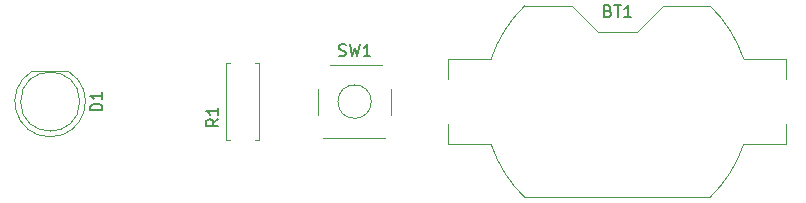
<source format=gto>
%TF.GenerationSoftware,KiCad,Pcbnew,8.0.7*%
%TF.CreationDate,2025-01-23T10:00:33+05:30*%
%TF.ProjectId,LED_Torch,4c45445f-546f-4726-9368-2e6b69636164,1*%
%TF.SameCoordinates,Original*%
%TF.FileFunction,Legend,Top*%
%TF.FilePolarity,Positive*%
%FSLAX46Y46*%
G04 Gerber Fmt 4.6, Leading zero omitted, Abs format (unit mm)*
G04 Created by KiCad (PCBNEW 8.0.7) date 2025-01-23 10:00:33*
%MOMM*%
%LPD*%
G01*
G04 APERTURE LIST*
%ADD10C,0.150000*%
%ADD11C,0.120000*%
G04 APERTURE END LIST*
D10*
X152464285Y-90501009D02*
X152607142Y-90548628D01*
X152607142Y-90548628D02*
X152654761Y-90596247D01*
X152654761Y-90596247D02*
X152702380Y-90691485D01*
X152702380Y-90691485D02*
X152702380Y-90834342D01*
X152702380Y-90834342D02*
X152654761Y-90929580D01*
X152654761Y-90929580D02*
X152607142Y-90977200D01*
X152607142Y-90977200D02*
X152511904Y-91024819D01*
X152511904Y-91024819D02*
X152130952Y-91024819D01*
X152130952Y-91024819D02*
X152130952Y-90024819D01*
X152130952Y-90024819D02*
X152464285Y-90024819D01*
X152464285Y-90024819D02*
X152559523Y-90072438D01*
X152559523Y-90072438D02*
X152607142Y-90120057D01*
X152607142Y-90120057D02*
X152654761Y-90215295D01*
X152654761Y-90215295D02*
X152654761Y-90310533D01*
X152654761Y-90310533D02*
X152607142Y-90405771D01*
X152607142Y-90405771D02*
X152559523Y-90453390D01*
X152559523Y-90453390D02*
X152464285Y-90501009D01*
X152464285Y-90501009D02*
X152130952Y-90501009D01*
X152988095Y-90024819D02*
X153559523Y-90024819D01*
X153273809Y-91024819D02*
X153273809Y-90024819D01*
X154416666Y-91024819D02*
X153845238Y-91024819D01*
X154130952Y-91024819D02*
X154130952Y-90024819D01*
X154130952Y-90024819D02*
X154035714Y-90167676D01*
X154035714Y-90167676D02*
X153940476Y-90262914D01*
X153940476Y-90262914D02*
X153845238Y-90310533D01*
X119454819Y-99666666D02*
X118978628Y-99999999D01*
X119454819Y-100238094D02*
X118454819Y-100238094D01*
X118454819Y-100238094D02*
X118454819Y-99857142D01*
X118454819Y-99857142D02*
X118502438Y-99761904D01*
X118502438Y-99761904D02*
X118550057Y-99714285D01*
X118550057Y-99714285D02*
X118645295Y-99666666D01*
X118645295Y-99666666D02*
X118788152Y-99666666D01*
X118788152Y-99666666D02*
X118883390Y-99714285D01*
X118883390Y-99714285D02*
X118931009Y-99761904D01*
X118931009Y-99761904D02*
X118978628Y-99857142D01*
X118978628Y-99857142D02*
X118978628Y-100238094D01*
X119454819Y-98714285D02*
X119454819Y-99285713D01*
X119454819Y-98999999D02*
X118454819Y-98999999D01*
X118454819Y-98999999D02*
X118597676Y-99095237D01*
X118597676Y-99095237D02*
X118692914Y-99190475D01*
X118692914Y-99190475D02*
X118740533Y-99285713D01*
X109639819Y-98923094D02*
X108639819Y-98923094D01*
X108639819Y-98923094D02*
X108639819Y-98684999D01*
X108639819Y-98684999D02*
X108687438Y-98542142D01*
X108687438Y-98542142D02*
X108782676Y-98446904D01*
X108782676Y-98446904D02*
X108877914Y-98399285D01*
X108877914Y-98399285D02*
X109068390Y-98351666D01*
X109068390Y-98351666D02*
X109211247Y-98351666D01*
X109211247Y-98351666D02*
X109401723Y-98399285D01*
X109401723Y-98399285D02*
X109496961Y-98446904D01*
X109496961Y-98446904D02*
X109592200Y-98542142D01*
X109592200Y-98542142D02*
X109639819Y-98684999D01*
X109639819Y-98684999D02*
X109639819Y-98923094D01*
X109639819Y-97399285D02*
X109639819Y-97970713D01*
X109639819Y-97684999D02*
X108639819Y-97684999D01*
X108639819Y-97684999D02*
X108782676Y-97780237D01*
X108782676Y-97780237D02*
X108877914Y-97875475D01*
X108877914Y-97875475D02*
X108925533Y-97970713D01*
X129666667Y-94297200D02*
X129809524Y-94344819D01*
X129809524Y-94344819D02*
X130047619Y-94344819D01*
X130047619Y-94344819D02*
X130142857Y-94297200D01*
X130142857Y-94297200D02*
X130190476Y-94249580D01*
X130190476Y-94249580D02*
X130238095Y-94154342D01*
X130238095Y-94154342D02*
X130238095Y-94059104D01*
X130238095Y-94059104D02*
X130190476Y-93963866D01*
X130190476Y-93963866D02*
X130142857Y-93916247D01*
X130142857Y-93916247D02*
X130047619Y-93868628D01*
X130047619Y-93868628D02*
X129857143Y-93821009D01*
X129857143Y-93821009D02*
X129761905Y-93773390D01*
X129761905Y-93773390D02*
X129714286Y-93725771D01*
X129714286Y-93725771D02*
X129666667Y-93630533D01*
X129666667Y-93630533D02*
X129666667Y-93535295D01*
X129666667Y-93535295D02*
X129714286Y-93440057D01*
X129714286Y-93440057D02*
X129761905Y-93392438D01*
X129761905Y-93392438D02*
X129857143Y-93344819D01*
X129857143Y-93344819D02*
X130095238Y-93344819D01*
X130095238Y-93344819D02*
X130238095Y-93392438D01*
X130571429Y-93344819D02*
X130809524Y-94344819D01*
X130809524Y-94344819D02*
X131000000Y-93630533D01*
X131000000Y-93630533D02*
X131190476Y-94344819D01*
X131190476Y-94344819D02*
X131428572Y-93344819D01*
X132333333Y-94344819D02*
X131761905Y-94344819D01*
X132047619Y-94344819D02*
X132047619Y-93344819D01*
X132047619Y-93344819D02*
X131952381Y-93487676D01*
X131952381Y-93487676D02*
X131857143Y-93582914D01*
X131857143Y-93582914D02*
X131761905Y-93630533D01*
D11*
%TO.C,BT1*%
X138940000Y-94580000D02*
X142558000Y-94580000D01*
X138940000Y-96290000D02*
X138940000Y-94580000D01*
X138940000Y-100090000D02*
X138940000Y-101800000D01*
X142558000Y-101800000D02*
X138940000Y-101800000D01*
X145402700Y-90080000D02*
X149390000Y-90080000D01*
X151590000Y-92280000D02*
X149390000Y-90080000D01*
X151590000Y-92280000D02*
X154910000Y-92280000D01*
X154910000Y-92280000D02*
X157110000Y-90080000D01*
X157110000Y-90080000D02*
X161097300Y-90080000D01*
X161097300Y-106300000D02*
X145402700Y-106300000D01*
X163942000Y-94580000D02*
X167560000Y-94580000D01*
X167560000Y-96290000D02*
X167560000Y-94580000D01*
X167560000Y-100090000D02*
X167560000Y-101800000D01*
X167560000Y-101800000D02*
X163942000Y-101800000D01*
X142558000Y-94580000D02*
G75*
G02*
X145404629Y-90078211I10692020J-3610012D01*
G01*
X145404629Y-106301789D02*
G75*
G02*
X142558000Y-101800000I7845371J8111789D01*
G01*
X161095371Y-90078211D02*
G75*
G02*
X163942000Y-94580000I-7845366J-8111785D01*
G01*
X163942000Y-101800000D02*
G75*
G02*
X161095372Y-106301790I-10692020J3610010D01*
G01*
%TO.C,R1*%
X120130000Y-94920000D02*
X120460000Y-94920000D01*
X120130000Y-101460000D02*
X120130000Y-94920000D01*
X120460000Y-101460000D02*
X120130000Y-101460000D01*
X122540000Y-101460000D02*
X122870000Y-101460000D01*
X122870000Y-94920000D02*
X122540000Y-94920000D01*
X122870000Y-101460000D02*
X122870000Y-94920000D01*
%TO.C,D1*%
X106770000Y-95625000D02*
X103680000Y-95625000D01*
X105224952Y-101175000D02*
G75*
G02*
X103680170Y-95625000I48J2990000D01*
G01*
X106769830Y-95625000D02*
G75*
G02*
X105225048Y-101175000I-1544830J-2560000D01*
G01*
X107725000Y-98185000D02*
G75*
G02*
X102725000Y-98185000I-2500000J0D01*
G01*
X102725000Y-98185000D02*
G75*
G02*
X107725000Y-98185000I2500000J0D01*
G01*
%TO.C,SW1*%
X127880000Y-99340000D02*
X127880000Y-97140000D01*
X128350000Y-101310000D02*
X133550000Y-101310000D01*
X128950000Y-95070000D02*
X133350000Y-95070000D01*
X134120000Y-97140000D02*
X134120000Y-99340000D01*
X132414214Y-98190000D02*
G75*
G02*
X129585786Y-98190000I-1414214J0D01*
G01*
X129585786Y-98190000D02*
G75*
G02*
X132414214Y-98190000I1414214J0D01*
G01*
%TD*%
M02*

</source>
